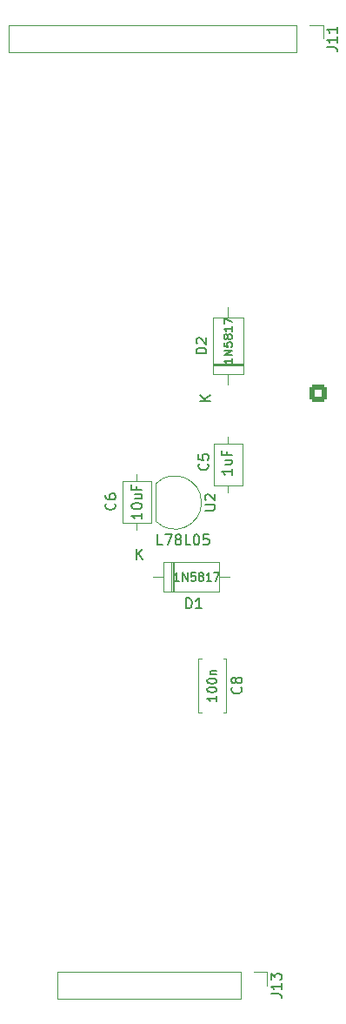
<source format=gto>
G04 #@! TF.GenerationSoftware,KiCad,Pcbnew,(7.0.0)*
G04 #@! TF.CreationDate,2023-03-19T22:54:38+00:00*
G04 #@! TF.ProjectId,back_microlidian,6261636b-5f6d-4696-9372-6f6c69646961,rev?*
G04 #@! TF.SameCoordinates,Original*
G04 #@! TF.FileFunction,Legend,Top*
G04 #@! TF.FilePolarity,Positive*
%FSLAX46Y46*%
G04 Gerber Fmt 4.6, Leading zero omitted, Abs format (unit mm)*
G04 Created by KiCad (PCBNEW (7.0.0)) date 2023-03-19 22:54:38*
%MOMM*%
%LPD*%
G01*
G04 APERTURE LIST*
G04 Aperture macros list*
%AMRoundRect*
0 Rectangle with rounded corners*
0 $1 Rounding radius*
0 $2 $3 $4 $5 $6 $7 $8 $9 X,Y pos of 4 corners*
0 Add a 4 corners polygon primitive as box body*
4,1,4,$2,$3,$4,$5,$6,$7,$8,$9,$2,$3,0*
0 Add four circle primitives for the rounded corners*
1,1,$1+$1,$2,$3*
1,1,$1+$1,$4,$5*
1,1,$1+$1,$6,$7*
1,1,$1+$1,$8,$9*
0 Add four rect primitives between the rounded corners*
20,1,$1+$1,$2,$3,$4,$5,0*
20,1,$1+$1,$4,$5,$6,$7,0*
20,1,$1+$1,$6,$7,$8,$9,0*
20,1,$1+$1,$8,$9,$2,$3,0*%
G04 Aperture macros list end*
%ADD10C,0.150000*%
%ADD11C,0.120000*%
%ADD12R,1.500000X1.050000*%
%ADD13O,1.500000X1.050000*%
%ADD14R,1.700000X1.700000*%
%ADD15O,1.700000X1.700000*%
%ADD16R,2.200000X2.200000*%
%ADD17O,2.200000X2.200000*%
%ADD18C,1.600000*%
%ADD19O,1.600000X1.600000*%
%ADD20R,1.600000X1.600000*%
%ADD21O,2.750000X1.800000*%
%ADD22C,1.397000*%
%ADD23RoundRect,0.250000X0.600000X0.600000X-0.600000X0.600000X-0.600000X-0.600000X0.600000X-0.600000X0*%
%ADD24C,1.700000*%
G04 APERTURE END LIST*
D10*
X61901780Y-95072104D02*
X62711304Y-95072104D01*
X62711304Y-95072104D02*
X62806542Y-95024485D01*
X62806542Y-95024485D02*
X62854161Y-94976866D01*
X62854161Y-94976866D02*
X62901780Y-94881628D01*
X62901780Y-94881628D02*
X62901780Y-94691152D01*
X62901780Y-94691152D02*
X62854161Y-94595914D01*
X62854161Y-94595914D02*
X62806542Y-94548295D01*
X62806542Y-94548295D02*
X62711304Y-94500676D01*
X62711304Y-94500676D02*
X61901780Y-94500676D01*
X61997019Y-94072104D02*
X61949400Y-94024485D01*
X61949400Y-94024485D02*
X61901780Y-93929247D01*
X61901780Y-93929247D02*
X61901780Y-93691152D01*
X61901780Y-93691152D02*
X61949400Y-93595914D01*
X61949400Y-93595914D02*
X61997019Y-93548295D01*
X61997019Y-93548295D02*
X62092257Y-93500676D01*
X62092257Y-93500676D02*
X62187495Y-93500676D01*
X62187495Y-93500676D02*
X62330352Y-93548295D01*
X62330352Y-93548295D02*
X62901780Y-94119723D01*
X62901780Y-94119723D02*
X62901780Y-93500676D01*
X57791599Y-98436780D02*
X57315409Y-98436780D01*
X57315409Y-98436780D02*
X57315409Y-97436780D01*
X58029695Y-97436780D02*
X58696361Y-97436780D01*
X58696361Y-97436780D02*
X58267790Y-98436780D01*
X59220171Y-97865352D02*
X59124933Y-97817733D01*
X59124933Y-97817733D02*
X59077314Y-97770114D01*
X59077314Y-97770114D02*
X59029695Y-97674876D01*
X59029695Y-97674876D02*
X59029695Y-97627257D01*
X59029695Y-97627257D02*
X59077314Y-97532019D01*
X59077314Y-97532019D02*
X59124933Y-97484400D01*
X59124933Y-97484400D02*
X59220171Y-97436780D01*
X59220171Y-97436780D02*
X59410647Y-97436780D01*
X59410647Y-97436780D02*
X59505885Y-97484400D01*
X59505885Y-97484400D02*
X59553504Y-97532019D01*
X59553504Y-97532019D02*
X59601123Y-97627257D01*
X59601123Y-97627257D02*
X59601123Y-97674876D01*
X59601123Y-97674876D02*
X59553504Y-97770114D01*
X59553504Y-97770114D02*
X59505885Y-97817733D01*
X59505885Y-97817733D02*
X59410647Y-97865352D01*
X59410647Y-97865352D02*
X59220171Y-97865352D01*
X59220171Y-97865352D02*
X59124933Y-97912971D01*
X59124933Y-97912971D02*
X59077314Y-97960590D01*
X59077314Y-97960590D02*
X59029695Y-98055828D01*
X59029695Y-98055828D02*
X59029695Y-98246304D01*
X59029695Y-98246304D02*
X59077314Y-98341542D01*
X59077314Y-98341542D02*
X59124933Y-98389161D01*
X59124933Y-98389161D02*
X59220171Y-98436780D01*
X59220171Y-98436780D02*
X59410647Y-98436780D01*
X59410647Y-98436780D02*
X59505885Y-98389161D01*
X59505885Y-98389161D02*
X59553504Y-98341542D01*
X59553504Y-98341542D02*
X59601123Y-98246304D01*
X59601123Y-98246304D02*
X59601123Y-98055828D01*
X59601123Y-98055828D02*
X59553504Y-97960590D01*
X59553504Y-97960590D02*
X59505885Y-97912971D01*
X59505885Y-97912971D02*
X59410647Y-97865352D01*
X60505885Y-98436780D02*
X60029695Y-98436780D01*
X60029695Y-98436780D02*
X60029695Y-97436780D01*
X61029695Y-97436780D02*
X61124933Y-97436780D01*
X61124933Y-97436780D02*
X61220171Y-97484400D01*
X61220171Y-97484400D02*
X61267790Y-97532019D01*
X61267790Y-97532019D02*
X61315409Y-97627257D01*
X61315409Y-97627257D02*
X61363028Y-97817733D01*
X61363028Y-97817733D02*
X61363028Y-98055828D01*
X61363028Y-98055828D02*
X61315409Y-98246304D01*
X61315409Y-98246304D02*
X61267790Y-98341542D01*
X61267790Y-98341542D02*
X61220171Y-98389161D01*
X61220171Y-98389161D02*
X61124933Y-98436780D01*
X61124933Y-98436780D02*
X61029695Y-98436780D01*
X61029695Y-98436780D02*
X60934457Y-98389161D01*
X60934457Y-98389161D02*
X60886838Y-98341542D01*
X60886838Y-98341542D02*
X60839219Y-98246304D01*
X60839219Y-98246304D02*
X60791600Y-98055828D01*
X60791600Y-98055828D02*
X60791600Y-97817733D01*
X60791600Y-97817733D02*
X60839219Y-97627257D01*
X60839219Y-97627257D02*
X60886838Y-97532019D01*
X60886838Y-97532019D02*
X60934457Y-97484400D01*
X60934457Y-97484400D02*
X61029695Y-97436780D01*
X62267790Y-97436780D02*
X61791600Y-97436780D01*
X61791600Y-97436780D02*
X61743981Y-97912971D01*
X61743981Y-97912971D02*
X61791600Y-97865352D01*
X61791600Y-97865352D02*
X61886838Y-97817733D01*
X61886838Y-97817733D02*
X62124933Y-97817733D01*
X62124933Y-97817733D02*
X62220171Y-97865352D01*
X62220171Y-97865352D02*
X62267790Y-97912971D01*
X62267790Y-97912971D02*
X62315409Y-98008209D01*
X62315409Y-98008209D02*
X62315409Y-98246304D01*
X62315409Y-98246304D02*
X62267790Y-98341542D01*
X62267790Y-98341542D02*
X62220171Y-98389161D01*
X62220171Y-98389161D02*
X62124933Y-98436780D01*
X62124933Y-98436780D02*
X61886838Y-98436780D01*
X61886838Y-98436780D02*
X61791600Y-98389161D01*
X61791600Y-98389161D02*
X61743981Y-98341542D01*
X68347180Y-142109123D02*
X69061466Y-142109123D01*
X69061466Y-142109123D02*
X69204323Y-142156742D01*
X69204323Y-142156742D02*
X69299561Y-142251980D01*
X69299561Y-142251980D02*
X69347180Y-142394837D01*
X69347180Y-142394837D02*
X69347180Y-142490075D01*
X69347180Y-141109123D02*
X69347180Y-141680551D01*
X69347180Y-141394837D02*
X68347180Y-141394837D01*
X68347180Y-141394837D02*
X68490038Y-141490075D01*
X68490038Y-141490075D02*
X68585276Y-141585313D01*
X68585276Y-141585313D02*
X68632895Y-141680551D01*
X68347180Y-140775789D02*
X68347180Y-140156742D01*
X68347180Y-140156742D02*
X68728133Y-140490075D01*
X68728133Y-140490075D02*
X68728133Y-140347218D01*
X68728133Y-140347218D02*
X68775752Y-140251980D01*
X68775752Y-140251980D02*
X68823371Y-140204361D01*
X68823371Y-140204361D02*
X68918609Y-140156742D01*
X68918609Y-140156742D02*
X69156704Y-140156742D01*
X69156704Y-140156742D02*
X69251942Y-140204361D01*
X69251942Y-140204361D02*
X69299561Y-140251980D01*
X69299561Y-140251980D02*
X69347180Y-140347218D01*
X69347180Y-140347218D02*
X69347180Y-140632932D01*
X69347180Y-140632932D02*
X69299561Y-140728170D01*
X69299561Y-140728170D02*
X69251942Y-140775789D01*
X60069505Y-104608980D02*
X60069505Y-103608980D01*
X60069505Y-103608980D02*
X60307600Y-103608980D01*
X60307600Y-103608980D02*
X60450457Y-103656600D01*
X60450457Y-103656600D02*
X60545695Y-103751838D01*
X60545695Y-103751838D02*
X60593314Y-103847076D01*
X60593314Y-103847076D02*
X60640933Y-104037552D01*
X60640933Y-104037552D02*
X60640933Y-104180409D01*
X60640933Y-104180409D02*
X60593314Y-104370885D01*
X60593314Y-104370885D02*
X60545695Y-104466123D01*
X60545695Y-104466123D02*
X60450457Y-104561361D01*
X60450457Y-104561361D02*
X60307600Y-104608980D01*
X60307600Y-104608980D02*
X60069505Y-104608980D01*
X61593314Y-104608980D02*
X61021886Y-104608980D01*
X61307600Y-104608980D02*
X61307600Y-103608980D01*
X61307600Y-103608980D02*
X61212362Y-103751838D01*
X61212362Y-103751838D02*
X61117124Y-103847076D01*
X61117124Y-103847076D02*
X61021886Y-103894695D01*
X59398113Y-101944704D02*
X58940970Y-101944704D01*
X59169542Y-101944704D02*
X59169542Y-101144704D01*
X59169542Y-101144704D02*
X59093351Y-101258990D01*
X59093351Y-101258990D02*
X59017161Y-101335180D01*
X59017161Y-101335180D02*
X58940970Y-101373276D01*
X59740971Y-101944704D02*
X59740971Y-101144704D01*
X59740971Y-101144704D02*
X60198114Y-101944704D01*
X60198114Y-101944704D02*
X60198114Y-101144704D01*
X60960018Y-101144704D02*
X60579066Y-101144704D01*
X60579066Y-101144704D02*
X60540970Y-101525657D01*
X60540970Y-101525657D02*
X60579066Y-101487561D01*
X60579066Y-101487561D02*
X60655256Y-101449466D01*
X60655256Y-101449466D02*
X60845732Y-101449466D01*
X60845732Y-101449466D02*
X60921923Y-101487561D01*
X60921923Y-101487561D02*
X60960018Y-101525657D01*
X60960018Y-101525657D02*
X60998113Y-101601847D01*
X60998113Y-101601847D02*
X60998113Y-101792323D01*
X60998113Y-101792323D02*
X60960018Y-101868514D01*
X60960018Y-101868514D02*
X60921923Y-101906609D01*
X60921923Y-101906609D02*
X60845732Y-101944704D01*
X60845732Y-101944704D02*
X60655256Y-101944704D01*
X60655256Y-101944704D02*
X60579066Y-101906609D01*
X60579066Y-101906609D02*
X60540970Y-101868514D01*
X61455256Y-101487561D02*
X61379066Y-101449466D01*
X61379066Y-101449466D02*
X61340971Y-101411371D01*
X61340971Y-101411371D02*
X61302875Y-101335180D01*
X61302875Y-101335180D02*
X61302875Y-101297085D01*
X61302875Y-101297085D02*
X61340971Y-101220895D01*
X61340971Y-101220895D02*
X61379066Y-101182800D01*
X61379066Y-101182800D02*
X61455256Y-101144704D01*
X61455256Y-101144704D02*
X61607637Y-101144704D01*
X61607637Y-101144704D02*
X61683828Y-101182800D01*
X61683828Y-101182800D02*
X61721923Y-101220895D01*
X61721923Y-101220895D02*
X61760018Y-101297085D01*
X61760018Y-101297085D02*
X61760018Y-101335180D01*
X61760018Y-101335180D02*
X61721923Y-101411371D01*
X61721923Y-101411371D02*
X61683828Y-101449466D01*
X61683828Y-101449466D02*
X61607637Y-101487561D01*
X61607637Y-101487561D02*
X61455256Y-101487561D01*
X61455256Y-101487561D02*
X61379066Y-101525657D01*
X61379066Y-101525657D02*
X61340971Y-101563752D01*
X61340971Y-101563752D02*
X61302875Y-101639942D01*
X61302875Y-101639942D02*
X61302875Y-101792323D01*
X61302875Y-101792323D02*
X61340971Y-101868514D01*
X61340971Y-101868514D02*
X61379066Y-101906609D01*
X61379066Y-101906609D02*
X61455256Y-101944704D01*
X61455256Y-101944704D02*
X61607637Y-101944704D01*
X61607637Y-101944704D02*
X61683828Y-101906609D01*
X61683828Y-101906609D02*
X61721923Y-101868514D01*
X61721923Y-101868514D02*
X61760018Y-101792323D01*
X61760018Y-101792323D02*
X61760018Y-101639942D01*
X61760018Y-101639942D02*
X61721923Y-101563752D01*
X61721923Y-101563752D02*
X61683828Y-101525657D01*
X61683828Y-101525657D02*
X61607637Y-101487561D01*
X62521923Y-101944704D02*
X62064780Y-101944704D01*
X62293352Y-101944704D02*
X62293352Y-101144704D01*
X62293352Y-101144704D02*
X62217161Y-101258990D01*
X62217161Y-101258990D02*
X62140971Y-101335180D01*
X62140971Y-101335180D02*
X62064780Y-101373276D01*
X62788590Y-101144704D02*
X63321924Y-101144704D01*
X63321924Y-101144704D02*
X62979066Y-101944704D01*
X55262495Y-99816580D02*
X55262495Y-98816580D01*
X55833923Y-99816580D02*
X55405352Y-99245152D01*
X55833923Y-98816580D02*
X55262495Y-99388009D01*
X62171942Y-90539866D02*
X62219561Y-90587485D01*
X62219561Y-90587485D02*
X62267180Y-90730342D01*
X62267180Y-90730342D02*
X62267180Y-90825580D01*
X62267180Y-90825580D02*
X62219561Y-90968437D01*
X62219561Y-90968437D02*
X62124323Y-91063675D01*
X62124323Y-91063675D02*
X62029085Y-91111294D01*
X62029085Y-91111294D02*
X61838609Y-91158913D01*
X61838609Y-91158913D02*
X61695752Y-91158913D01*
X61695752Y-91158913D02*
X61505276Y-91111294D01*
X61505276Y-91111294D02*
X61410038Y-91063675D01*
X61410038Y-91063675D02*
X61314800Y-90968437D01*
X61314800Y-90968437D02*
X61267180Y-90825580D01*
X61267180Y-90825580D02*
X61267180Y-90730342D01*
X61267180Y-90730342D02*
X61314800Y-90587485D01*
X61314800Y-90587485D02*
X61362419Y-90539866D01*
X61267180Y-89635104D02*
X61267180Y-90111294D01*
X61267180Y-90111294D02*
X61743371Y-90158913D01*
X61743371Y-90158913D02*
X61695752Y-90111294D01*
X61695752Y-90111294D02*
X61648133Y-90016056D01*
X61648133Y-90016056D02*
X61648133Y-89777961D01*
X61648133Y-89777961D02*
X61695752Y-89682723D01*
X61695752Y-89682723D02*
X61743371Y-89635104D01*
X61743371Y-89635104D02*
X61838609Y-89587485D01*
X61838609Y-89587485D02*
X62076704Y-89587485D01*
X62076704Y-89587485D02*
X62171942Y-89635104D01*
X62171942Y-89635104D02*
X62219561Y-89682723D01*
X62219561Y-89682723D02*
X62267180Y-89777961D01*
X62267180Y-89777961D02*
X62267180Y-90016056D01*
X62267180Y-90016056D02*
X62219561Y-90111294D01*
X62219561Y-90111294D02*
X62171942Y-90158913D01*
X64553180Y-91044638D02*
X64553180Y-91616066D01*
X64553180Y-91330352D02*
X63553180Y-91330352D01*
X63553180Y-91330352D02*
X63696038Y-91425590D01*
X63696038Y-91425590D02*
X63791276Y-91520828D01*
X63791276Y-91520828D02*
X63838895Y-91616066D01*
X63886514Y-90187495D02*
X64553180Y-90187495D01*
X63886514Y-90616066D02*
X64410323Y-90616066D01*
X64410323Y-90616066D02*
X64505561Y-90568447D01*
X64505561Y-90568447D02*
X64553180Y-90473209D01*
X64553180Y-90473209D02*
X64553180Y-90330352D01*
X64553180Y-90330352D02*
X64505561Y-90235114D01*
X64505561Y-90235114D02*
X64457942Y-90187495D01*
X64029371Y-89377971D02*
X64029371Y-89711304D01*
X64553180Y-89711304D02*
X63553180Y-89711304D01*
X63553180Y-89711304D02*
X63553180Y-89235114D01*
X65407268Y-112280466D02*
X65454887Y-112328085D01*
X65454887Y-112328085D02*
X65502506Y-112470942D01*
X65502506Y-112470942D02*
X65502506Y-112566180D01*
X65502506Y-112566180D02*
X65454887Y-112709037D01*
X65454887Y-112709037D02*
X65359649Y-112804275D01*
X65359649Y-112804275D02*
X65264411Y-112851894D01*
X65264411Y-112851894D02*
X65073935Y-112899513D01*
X65073935Y-112899513D02*
X64931078Y-112899513D01*
X64931078Y-112899513D02*
X64740602Y-112851894D01*
X64740602Y-112851894D02*
X64645364Y-112804275D01*
X64645364Y-112804275D02*
X64550126Y-112709037D01*
X64550126Y-112709037D02*
X64502506Y-112566180D01*
X64502506Y-112566180D02*
X64502506Y-112470942D01*
X64502506Y-112470942D02*
X64550126Y-112328085D01*
X64550126Y-112328085D02*
X64597745Y-112280466D01*
X64931078Y-111709037D02*
X64883459Y-111804275D01*
X64883459Y-111804275D02*
X64835840Y-111851894D01*
X64835840Y-111851894D02*
X64740602Y-111899513D01*
X64740602Y-111899513D02*
X64692983Y-111899513D01*
X64692983Y-111899513D02*
X64597745Y-111851894D01*
X64597745Y-111851894D02*
X64550126Y-111804275D01*
X64550126Y-111804275D02*
X64502506Y-111709037D01*
X64502506Y-111709037D02*
X64502506Y-111518561D01*
X64502506Y-111518561D02*
X64550126Y-111423323D01*
X64550126Y-111423323D02*
X64597745Y-111375704D01*
X64597745Y-111375704D02*
X64692983Y-111328085D01*
X64692983Y-111328085D02*
X64740602Y-111328085D01*
X64740602Y-111328085D02*
X64835840Y-111375704D01*
X64835840Y-111375704D02*
X64883459Y-111423323D01*
X64883459Y-111423323D02*
X64931078Y-111518561D01*
X64931078Y-111518561D02*
X64931078Y-111709037D01*
X64931078Y-111709037D02*
X64978697Y-111804275D01*
X64978697Y-111804275D02*
X65026316Y-111851894D01*
X65026316Y-111851894D02*
X65121554Y-111899513D01*
X65121554Y-111899513D02*
X65312030Y-111899513D01*
X65312030Y-111899513D02*
X65407268Y-111851894D01*
X65407268Y-111851894D02*
X65454887Y-111804275D01*
X65454887Y-111804275D02*
X65502506Y-111709037D01*
X65502506Y-111709037D02*
X65502506Y-111518561D01*
X65502506Y-111518561D02*
X65454887Y-111423323D01*
X65454887Y-111423323D02*
X65407268Y-111375704D01*
X65407268Y-111375704D02*
X65312030Y-111328085D01*
X65312030Y-111328085D02*
X65121554Y-111328085D01*
X65121554Y-111328085D02*
X65026316Y-111375704D01*
X65026316Y-111375704D02*
X64978697Y-111423323D01*
X64978697Y-111423323D02*
X64931078Y-111518561D01*
X63043242Y-113148142D02*
X63043242Y-113662428D01*
X63043242Y-113405285D02*
X62143242Y-113405285D01*
X62143242Y-113405285D02*
X62271814Y-113490999D01*
X62271814Y-113490999D02*
X62357528Y-113576714D01*
X62357528Y-113576714D02*
X62400385Y-113662428D01*
X62143242Y-112590999D02*
X62143242Y-112505285D01*
X62143242Y-112505285D02*
X62186100Y-112419571D01*
X62186100Y-112419571D02*
X62228957Y-112376714D01*
X62228957Y-112376714D02*
X62314671Y-112333856D01*
X62314671Y-112333856D02*
X62486100Y-112290999D01*
X62486100Y-112290999D02*
X62700385Y-112290999D01*
X62700385Y-112290999D02*
X62871814Y-112333856D01*
X62871814Y-112333856D02*
X62957528Y-112376714D01*
X62957528Y-112376714D02*
X63000385Y-112419571D01*
X63000385Y-112419571D02*
X63043242Y-112505285D01*
X63043242Y-112505285D02*
X63043242Y-112590999D01*
X63043242Y-112590999D02*
X63000385Y-112676714D01*
X63000385Y-112676714D02*
X62957528Y-112719571D01*
X62957528Y-112719571D02*
X62871814Y-112762428D01*
X62871814Y-112762428D02*
X62700385Y-112805285D01*
X62700385Y-112805285D02*
X62486100Y-112805285D01*
X62486100Y-112805285D02*
X62314671Y-112762428D01*
X62314671Y-112762428D02*
X62228957Y-112719571D01*
X62228957Y-112719571D02*
X62186100Y-112676714D01*
X62186100Y-112676714D02*
X62143242Y-112590999D01*
X62143242Y-111733856D02*
X62143242Y-111648142D01*
X62143242Y-111648142D02*
X62186100Y-111562428D01*
X62186100Y-111562428D02*
X62228957Y-111519571D01*
X62228957Y-111519571D02*
X62314671Y-111476713D01*
X62314671Y-111476713D02*
X62486100Y-111433856D01*
X62486100Y-111433856D02*
X62700385Y-111433856D01*
X62700385Y-111433856D02*
X62871814Y-111476713D01*
X62871814Y-111476713D02*
X62957528Y-111519571D01*
X62957528Y-111519571D02*
X63000385Y-111562428D01*
X63000385Y-111562428D02*
X63043242Y-111648142D01*
X63043242Y-111648142D02*
X63043242Y-111733856D01*
X63043242Y-111733856D02*
X63000385Y-111819571D01*
X63000385Y-111819571D02*
X62957528Y-111862428D01*
X62957528Y-111862428D02*
X62871814Y-111905285D01*
X62871814Y-111905285D02*
X62700385Y-111948142D01*
X62700385Y-111948142D02*
X62486100Y-111948142D01*
X62486100Y-111948142D02*
X62314671Y-111905285D01*
X62314671Y-111905285D02*
X62228957Y-111862428D01*
X62228957Y-111862428D02*
X62186100Y-111819571D01*
X62186100Y-111819571D02*
X62143242Y-111733856D01*
X62443242Y-111048142D02*
X63043242Y-111048142D01*
X62528957Y-111048142D02*
X62486100Y-111005285D01*
X62486100Y-111005285D02*
X62443242Y-110919570D01*
X62443242Y-110919570D02*
X62443242Y-110790999D01*
X62443242Y-110790999D02*
X62486100Y-110705285D01*
X62486100Y-110705285D02*
X62571814Y-110662428D01*
X62571814Y-110662428D02*
X63043242Y-110662428D01*
X73782580Y-49983923D02*
X74496866Y-49983923D01*
X74496866Y-49983923D02*
X74639723Y-50031542D01*
X74639723Y-50031542D02*
X74734961Y-50126780D01*
X74734961Y-50126780D02*
X74782580Y-50269637D01*
X74782580Y-50269637D02*
X74782580Y-50364875D01*
X74782580Y-48983923D02*
X74782580Y-49555351D01*
X74782580Y-49269637D02*
X73782580Y-49269637D01*
X73782580Y-49269637D02*
X73925438Y-49364875D01*
X73925438Y-49364875D02*
X74020676Y-49460113D01*
X74020676Y-49460113D02*
X74068295Y-49555351D01*
X74782580Y-48031542D02*
X74782580Y-48602970D01*
X74782580Y-48317256D02*
X73782580Y-48317256D01*
X73782580Y-48317256D02*
X73925438Y-48412494D01*
X73925438Y-48412494D02*
X74020676Y-48507732D01*
X74020676Y-48507732D02*
X74068295Y-48602970D01*
X53122542Y-94409866D02*
X53170161Y-94457485D01*
X53170161Y-94457485D02*
X53217780Y-94600342D01*
X53217780Y-94600342D02*
X53217780Y-94695580D01*
X53217780Y-94695580D02*
X53170161Y-94838437D01*
X53170161Y-94838437D02*
X53074923Y-94933675D01*
X53074923Y-94933675D02*
X52979685Y-94981294D01*
X52979685Y-94981294D02*
X52789209Y-95028913D01*
X52789209Y-95028913D02*
X52646352Y-95028913D01*
X52646352Y-95028913D02*
X52455876Y-94981294D01*
X52455876Y-94981294D02*
X52360638Y-94933675D01*
X52360638Y-94933675D02*
X52265400Y-94838437D01*
X52265400Y-94838437D02*
X52217780Y-94695580D01*
X52217780Y-94695580D02*
X52217780Y-94600342D01*
X52217780Y-94600342D02*
X52265400Y-94457485D01*
X52265400Y-94457485D02*
X52313019Y-94409866D01*
X52217780Y-93552723D02*
X52217780Y-93743199D01*
X52217780Y-93743199D02*
X52265400Y-93838437D01*
X52265400Y-93838437D02*
X52313019Y-93886056D01*
X52313019Y-93886056D02*
X52455876Y-93981294D01*
X52455876Y-93981294D02*
X52646352Y-94028913D01*
X52646352Y-94028913D02*
X53027304Y-94028913D01*
X53027304Y-94028913D02*
X53122542Y-93981294D01*
X53122542Y-93981294D02*
X53170161Y-93933675D01*
X53170161Y-93933675D02*
X53217780Y-93838437D01*
X53217780Y-93838437D02*
X53217780Y-93647961D01*
X53217780Y-93647961D02*
X53170161Y-93552723D01*
X53170161Y-93552723D02*
X53122542Y-93505104D01*
X53122542Y-93505104D02*
X53027304Y-93457485D01*
X53027304Y-93457485D02*
X52789209Y-93457485D01*
X52789209Y-93457485D02*
X52693971Y-93505104D01*
X52693971Y-93505104D02*
X52646352Y-93552723D01*
X52646352Y-93552723D02*
X52598733Y-93647961D01*
X52598733Y-93647961D02*
X52598733Y-93838437D01*
X52598733Y-93838437D02*
X52646352Y-93933675D01*
X52646352Y-93933675D02*
X52693971Y-93981294D01*
X52693971Y-93981294D02*
X52789209Y-94028913D01*
X55764780Y-95330828D02*
X55764780Y-95902256D01*
X55764780Y-95616542D02*
X54764780Y-95616542D01*
X54764780Y-95616542D02*
X54907638Y-95711780D01*
X54907638Y-95711780D02*
X55002876Y-95807018D01*
X55002876Y-95807018D02*
X55050495Y-95902256D01*
X54764780Y-94711780D02*
X54764780Y-94616542D01*
X54764780Y-94616542D02*
X54812400Y-94521304D01*
X54812400Y-94521304D02*
X54860019Y-94473685D01*
X54860019Y-94473685D02*
X54955257Y-94426066D01*
X54955257Y-94426066D02*
X55145733Y-94378447D01*
X55145733Y-94378447D02*
X55383828Y-94378447D01*
X55383828Y-94378447D02*
X55574304Y-94426066D01*
X55574304Y-94426066D02*
X55669542Y-94473685D01*
X55669542Y-94473685D02*
X55717161Y-94521304D01*
X55717161Y-94521304D02*
X55764780Y-94616542D01*
X55764780Y-94616542D02*
X55764780Y-94711780D01*
X55764780Y-94711780D02*
X55717161Y-94807018D01*
X55717161Y-94807018D02*
X55669542Y-94854637D01*
X55669542Y-94854637D02*
X55574304Y-94902256D01*
X55574304Y-94902256D02*
X55383828Y-94949875D01*
X55383828Y-94949875D02*
X55145733Y-94949875D01*
X55145733Y-94949875D02*
X54955257Y-94902256D01*
X54955257Y-94902256D02*
X54860019Y-94854637D01*
X54860019Y-94854637D02*
X54812400Y-94807018D01*
X54812400Y-94807018D02*
X54764780Y-94711780D01*
X55098114Y-93521304D02*
X55764780Y-93521304D01*
X55098114Y-93949875D02*
X55621923Y-93949875D01*
X55621923Y-93949875D02*
X55717161Y-93902256D01*
X55717161Y-93902256D02*
X55764780Y-93807018D01*
X55764780Y-93807018D02*
X55764780Y-93664161D01*
X55764780Y-93664161D02*
X55717161Y-93568923D01*
X55717161Y-93568923D02*
X55669542Y-93521304D01*
X55240971Y-92711780D02*
X55240971Y-93045113D01*
X55764780Y-93045113D02*
X54764780Y-93045113D01*
X54764780Y-93045113D02*
X54764780Y-92568923D01*
X62057780Y-79808294D02*
X61057780Y-79808294D01*
X61057780Y-79808294D02*
X61057780Y-79570199D01*
X61057780Y-79570199D02*
X61105400Y-79427342D01*
X61105400Y-79427342D02*
X61200638Y-79332104D01*
X61200638Y-79332104D02*
X61295876Y-79284485D01*
X61295876Y-79284485D02*
X61486352Y-79236866D01*
X61486352Y-79236866D02*
X61629209Y-79236866D01*
X61629209Y-79236866D02*
X61819685Y-79284485D01*
X61819685Y-79284485D02*
X61914923Y-79332104D01*
X61914923Y-79332104D02*
X62010161Y-79427342D01*
X62010161Y-79427342D02*
X62057780Y-79570199D01*
X62057780Y-79570199D02*
X62057780Y-79808294D01*
X61153019Y-78855913D02*
X61105400Y-78808294D01*
X61105400Y-78808294D02*
X61057780Y-78713056D01*
X61057780Y-78713056D02*
X61057780Y-78474961D01*
X61057780Y-78474961D02*
X61105400Y-78379723D01*
X61105400Y-78379723D02*
X61153019Y-78332104D01*
X61153019Y-78332104D02*
X61248257Y-78284485D01*
X61248257Y-78284485D02*
X61343495Y-78284485D01*
X61343495Y-78284485D02*
X61486352Y-78332104D01*
X61486352Y-78332104D02*
X62057780Y-78903532D01*
X62057780Y-78903532D02*
X62057780Y-78284485D01*
X64555904Y-80301886D02*
X64555904Y-80759029D01*
X64555904Y-80530457D02*
X63755904Y-80530457D01*
X63755904Y-80530457D02*
X63870190Y-80606648D01*
X63870190Y-80606648D02*
X63946380Y-80682838D01*
X63946380Y-80682838D02*
X63984476Y-80759029D01*
X64555904Y-79959028D02*
X63755904Y-79959028D01*
X63755904Y-79959028D02*
X64555904Y-79501885D01*
X64555904Y-79501885D02*
X63755904Y-79501885D01*
X63755904Y-78739981D02*
X63755904Y-79120933D01*
X63755904Y-79120933D02*
X64136857Y-79159029D01*
X64136857Y-79159029D02*
X64098761Y-79120933D01*
X64098761Y-79120933D02*
X64060666Y-79044743D01*
X64060666Y-79044743D02*
X64060666Y-78854267D01*
X64060666Y-78854267D02*
X64098761Y-78778076D01*
X64098761Y-78778076D02*
X64136857Y-78739981D01*
X64136857Y-78739981D02*
X64213047Y-78701886D01*
X64213047Y-78701886D02*
X64403523Y-78701886D01*
X64403523Y-78701886D02*
X64479714Y-78739981D01*
X64479714Y-78739981D02*
X64517809Y-78778076D01*
X64517809Y-78778076D02*
X64555904Y-78854267D01*
X64555904Y-78854267D02*
X64555904Y-79044743D01*
X64555904Y-79044743D02*
X64517809Y-79120933D01*
X64517809Y-79120933D02*
X64479714Y-79159029D01*
X64098761Y-78244743D02*
X64060666Y-78320933D01*
X64060666Y-78320933D02*
X64022571Y-78359028D01*
X64022571Y-78359028D02*
X63946380Y-78397124D01*
X63946380Y-78397124D02*
X63908285Y-78397124D01*
X63908285Y-78397124D02*
X63832095Y-78359028D01*
X63832095Y-78359028D02*
X63794000Y-78320933D01*
X63794000Y-78320933D02*
X63755904Y-78244743D01*
X63755904Y-78244743D02*
X63755904Y-78092362D01*
X63755904Y-78092362D02*
X63794000Y-78016171D01*
X63794000Y-78016171D02*
X63832095Y-77978076D01*
X63832095Y-77978076D02*
X63908285Y-77939981D01*
X63908285Y-77939981D02*
X63946380Y-77939981D01*
X63946380Y-77939981D02*
X64022571Y-77978076D01*
X64022571Y-77978076D02*
X64060666Y-78016171D01*
X64060666Y-78016171D02*
X64098761Y-78092362D01*
X64098761Y-78092362D02*
X64098761Y-78244743D01*
X64098761Y-78244743D02*
X64136857Y-78320933D01*
X64136857Y-78320933D02*
X64174952Y-78359028D01*
X64174952Y-78359028D02*
X64251142Y-78397124D01*
X64251142Y-78397124D02*
X64403523Y-78397124D01*
X64403523Y-78397124D02*
X64479714Y-78359028D01*
X64479714Y-78359028D02*
X64517809Y-78320933D01*
X64517809Y-78320933D02*
X64555904Y-78244743D01*
X64555904Y-78244743D02*
X64555904Y-78092362D01*
X64555904Y-78092362D02*
X64517809Y-78016171D01*
X64517809Y-78016171D02*
X64479714Y-77978076D01*
X64479714Y-77978076D02*
X64403523Y-77939981D01*
X64403523Y-77939981D02*
X64251142Y-77939981D01*
X64251142Y-77939981D02*
X64174952Y-77978076D01*
X64174952Y-77978076D02*
X64136857Y-78016171D01*
X64136857Y-78016171D02*
X64098761Y-78092362D01*
X64555904Y-77178076D02*
X64555904Y-77635219D01*
X64555904Y-77406647D02*
X63755904Y-77406647D01*
X63755904Y-77406647D02*
X63870190Y-77482838D01*
X63870190Y-77482838D02*
X63946380Y-77559028D01*
X63946380Y-77559028D02*
X63984476Y-77635219D01*
X63755904Y-76911409D02*
X63755904Y-76378075D01*
X63755904Y-76378075D02*
X64555904Y-76720933D01*
X62427780Y-84412104D02*
X61427780Y-84412104D01*
X62427780Y-83840676D02*
X61856352Y-84269247D01*
X61427780Y-83840676D02*
X61999209Y-84412104D01*
D11*
X57124400Y-92510200D02*
X57124400Y-96110200D01*
X61574400Y-94310200D02*
G75*
G03*
X57135922Y-92471722I-2600000J0D01*
G01*
X57135922Y-96148678D02*
G75*
G03*
X61574400Y-94310200I1838478J1838478D01*
G01*
X67979800Y-139969600D02*
X67979800Y-141299600D01*
X66649800Y-139969600D02*
X67979800Y-139969600D01*
X65379800Y-139969600D02*
X47539800Y-139969600D01*
X65379800Y-139969600D02*
X65379800Y-142629600D01*
X47539800Y-139969600D02*
X47539800Y-142629600D01*
X65379800Y-142629600D02*
X47539800Y-142629600D01*
X56864400Y-101549200D02*
X57884400Y-101549200D01*
X57884400Y-100079200D02*
X57884400Y-103019200D01*
X57884400Y-103019200D02*
X63324400Y-103019200D01*
X58664400Y-100079200D02*
X58664400Y-103019200D01*
X58784400Y-100079200D02*
X58784400Y-103019200D01*
X58904400Y-100079200D02*
X58904400Y-103019200D01*
X63324400Y-100079200D02*
X57884400Y-100079200D01*
X63324400Y-103019200D02*
X63324400Y-100079200D01*
X64344400Y-101549200D02*
X63324400Y-101549200D01*
X64160400Y-87917200D02*
X64160400Y-88607200D01*
X65580400Y-88607200D02*
X62740400Y-88607200D01*
X62740400Y-88607200D02*
X62740400Y-92647200D01*
X65580400Y-92647200D02*
X65580400Y-88607200D01*
X62740400Y-92647200D02*
X65580400Y-92647200D01*
X64160400Y-93337200D02*
X64160400Y-92647200D01*
X64005126Y-109493800D02*
X63690126Y-109493800D01*
X64005126Y-109493800D02*
X64005126Y-114733800D01*
X61580126Y-109493800D02*
X61265126Y-109493800D01*
X61265126Y-109493800D02*
X61265126Y-114733800D01*
X64005126Y-114733800D02*
X63690126Y-114733800D01*
X61580126Y-114733800D02*
X61265126Y-114733800D01*
X73415200Y-47844400D02*
X73415200Y-49174400D01*
X72085200Y-47844400D02*
X73415200Y-47844400D01*
X70815200Y-47844400D02*
X42815200Y-47844400D01*
X70815200Y-47844400D02*
X70815200Y-50504400D01*
X42815200Y-47844400D02*
X42815200Y-50504400D01*
X70815200Y-50504400D02*
X42815200Y-50504400D01*
X55270400Y-96953200D02*
X55270400Y-96263200D01*
X53850400Y-96263200D02*
X56690400Y-96263200D01*
X56690400Y-96263200D02*
X56690400Y-92223200D01*
X53850400Y-92223200D02*
X53850400Y-96263200D01*
X56690400Y-92223200D02*
X53850400Y-92223200D01*
X55270400Y-91533200D02*
X55270400Y-92223200D01*
X64160400Y-82810200D02*
X64160400Y-81790200D01*
X62690400Y-81790200D02*
X65630400Y-81790200D01*
X65630400Y-81790200D02*
X65630400Y-76350200D01*
X62690400Y-81010200D02*
X65630400Y-81010200D01*
X62690400Y-80890200D02*
X65630400Y-80890200D01*
X62690400Y-80770200D02*
X65630400Y-80770200D01*
X62690400Y-76350200D02*
X62690400Y-81790200D01*
X65630400Y-76350200D02*
X62690400Y-76350200D01*
X64160400Y-75330200D02*
X64160400Y-76350200D01*
%LPC*%
D12*
X58974399Y-93040199D03*
D13*
X58974399Y-94310199D03*
X58974399Y-95580199D03*
D14*
X66649799Y-141299599D03*
D15*
X64109799Y-141299599D03*
X61569799Y-141299599D03*
X59029799Y-141299599D03*
X56489799Y-141299599D03*
X53949799Y-141299599D03*
X51409799Y-141299599D03*
X48869799Y-141299599D03*
D16*
X55524399Y-101549199D03*
D17*
X65684399Y-101549199D03*
D18*
X64160400Y-86877200D03*
D19*
X64160399Y-94377199D03*
D18*
X62635126Y-109613800D03*
X62635126Y-114613800D03*
D14*
X72085199Y-49174399D03*
D15*
X69545199Y-49174399D03*
X67005199Y-49174399D03*
X64465199Y-49174399D03*
X61925199Y-49174399D03*
X59385199Y-49174399D03*
X56845199Y-49174399D03*
X54305199Y-49174399D03*
X51765199Y-49174399D03*
X49225199Y-49174399D03*
X46685199Y-49174399D03*
X44145199Y-49174399D03*
D18*
X55270400Y-97993200D03*
D19*
X55270399Y-90493199D03*
D16*
X64160399Y-84150199D03*
D17*
X64160399Y-73990199D03*
D14*
X73303999Y-114630199D03*
D15*
X73303999Y-117170199D03*
X73303999Y-119710199D03*
X73303999Y-122250199D03*
X73303999Y-124790199D03*
D20*
X71399399Y-101609199D03*
D18*
X71399400Y-104109200D03*
D14*
X55523999Y-114630199D03*
D15*
X55523999Y-117170199D03*
X55523999Y-119710199D03*
X55523999Y-122250199D03*
X55523999Y-124790199D03*
D21*
X41841399Y-85369399D03*
X41841399Y-82829399D03*
X41841399Y-80289399D03*
X41841399Y-77749399D03*
X41841399Y-75209399D03*
X41841399Y-72669399D03*
X41841399Y-70129399D03*
X58031399Y-70129399D03*
X58031399Y-72669399D03*
X58031399Y-75209399D03*
X58031399Y-77749399D03*
X58031399Y-80289399D03*
X58031399Y-82829399D03*
X58031399Y-85369399D03*
D22*
X48666400Y-86321400D03*
X51206400Y-86321400D03*
X48666400Y-83781400D03*
X51206400Y-83781400D03*
D14*
X73821999Y-60346999D03*
D15*
X73821999Y-57806999D03*
X71281999Y-60346999D03*
X71281999Y-57806999D03*
X68741999Y-60346999D03*
X68741999Y-57806999D03*
X66201999Y-60346999D03*
X66201999Y-57806999D03*
X63661999Y-60346999D03*
X63661999Y-57806999D03*
X61121999Y-60346999D03*
X61121999Y-57806999D03*
X58581999Y-60346999D03*
X58581999Y-57806999D03*
X56041999Y-60346999D03*
X56041999Y-57806999D03*
D23*
X72923400Y-83642200D03*
D24*
X70383400Y-83642200D03*
X72923400Y-86182200D03*
X70383400Y-86182200D03*
X72923400Y-88722200D03*
X70383400Y-88722200D03*
X72923400Y-91262200D03*
X70383400Y-91262200D03*
X72923400Y-93802200D03*
X70383400Y-93802200D03*
D20*
X71526399Y-73440087D03*
D18*
X71526400Y-75940088D03*
M02*

</source>
